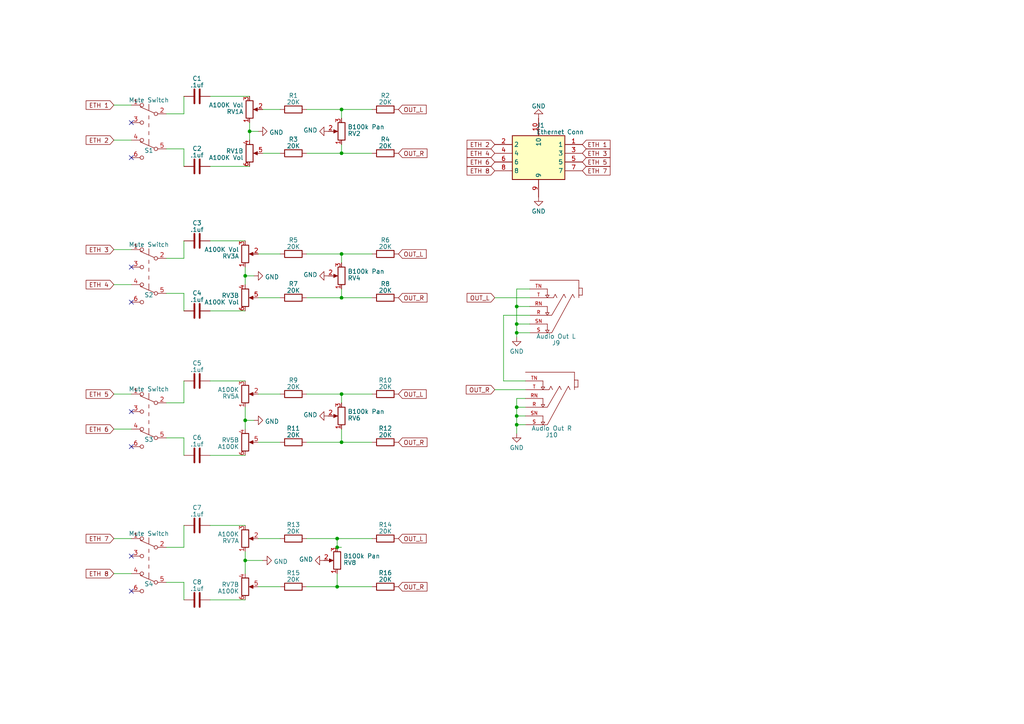
<source format=kicad_sch>
(kicad_sch (version 20230121) (generator eeschema)
  (paper "A4")
  (lib_symbols
    (symbol "1-406541-5:1-406541-5"
      (property "Reference" "J" (at 19.05 12.7 0))
      (property "Value" "1-406541-5" (at 19.05 10.16 0))
      (symbol "1-406541-5_1_1"
        (rectangle (start 5.08 7.62) (end 17.78 -7.62) (stroke (width 0.254)) (fill (type background)))
        (pin passive line (at 15.24 -12.7 90) (length 5.08) (name "1") (number "1"))
        (pin passive line (at 22.86 0 180) (length 5.08) (name "10") (number "10"))
        (pin passive line (at 15.24 12.7 270) (length 5.08) (name "2") (number "2"))
        (pin passive line (at 12.7 -12.7 90) (length 5.08) (name "3") (number "3"))
        (pin passive line (at 12.7 12.7 270) (length 5.08) (name "4") (number "4"))
        (pin passive line (at 10.16 -12.7 90) (length 5.08) (name "5") (number "5"))
        (pin passive line (at 10.16 12.7 270) (length 5.08) (name "6") (number "6"))
        (pin passive line (at 7.62 -12.7 90) (length 5.08) (name "7") (number "7"))
        (pin passive line (at 7.62 12.7 270) (length 5.08) (name "8") (number "8"))
        (pin passive line (at 0 0 0) (length 5.08) (name "9") (number "9"))
      )
    )
    (symbol "Device:C" (pin_numbers hide) (pin_names (offset 0.254))
      (property "Reference" "C" (at 0.635 2.54 0))
      (property "Value" "C" (at 0.635 -2.54 0))
      (symbol "C_0_1"
        (polyline (pts (xy -2.032 -0.762) (xy 2.032 -0.762)) (stroke (width 0.508)))
        (polyline (pts (xy -2.032 0.762) (xy 2.032 0.762)) (stroke (width 0.508)))
      )
      (symbol "C_1_1"
        (pin passive line (at 0 3.81 270) (length 2.794) (name "~") (number "1"))
        (pin passive line (at 0 -3.81 90) (length 2.794) (name "~") (number "2"))
      )
    )
    (symbol "Device:R" (pin_numbers hide) (pin_names (offset 0))
      (property "Reference" "R" (at 2.032 0 90))
      (property "Value" "R" (at 0 0 90))
      (symbol "R_0_1"
        (rectangle (start -1.016 -2.54) (end 1.016 2.54) (stroke (width 0.254)))
      )
      (symbol "R_1_1"
        (pin passive line (at 0 3.81 270) (length 1.27) (name "~") (number "1"))
        (pin passive line (at 0 -3.81 90) (length 1.27) (name "~") (number "2"))
      )
    )
    (symbol "Device:R_Potentiometer" (pin_names (offset 1.016) hide)
      (property "Reference" "RV" (at -4.445 0 90))
      (property "Value" "R_Potentiometer" (at -2.54 0 90))
      (symbol "R_Potentiometer_0_1"
        (polyline (pts (xy 2.54 0) (xy 1.524 0)))
        (polyline (pts (xy 1.143 0) (xy 2.286 0.508) (xy 2.286 -0.508) (xy 1.143 0)) (fill (type outline)))
        (rectangle (start 1.016 2.54) (end -1.016 -2.54) (stroke (width 0.254)))
      )
      (symbol "R_Potentiometer_1_1"
        (pin passive line (at 0 3.81 270) (length 1.27) (name "1") (number "1"))
        (pin passive line (at 3.81 0 180) (length 1.27) (name "2") (number "2"))
        (pin passive line (at 0 -3.81 90) (length 1.27) (name "3") (number "3"))
      )
    )
    (symbol "Device:R_Potentiometer_Dual_Separate" (pin_names (offset 1.016) hide)
      (property "Reference" "RV" (at -4.445 0 90))
      (property "Value" "R_Potentiometer_Dual_Separate" (at -2.54 0 90))
      (symbol "R_Potentiometer_Dual_Separate_0_1"
        (polyline (pts (xy 2.54 0) (xy 1.524 0)))
        (polyline (pts (xy 1.143 0) (xy 2.286 0.508) (xy 2.286 -0.508) (xy 1.143 0)) (fill (type outline)))
        (rectangle (start 1.016 2.54) (end -1.016 -2.54) (stroke (width 0.254)))
      )
      (symbol "R_Potentiometer_Dual_Separate_1_1"
        (pin passive line (at 0 3.81 270) (length 1.27) (name "1") (number "1"))
        (pin passive line (at 3.81 0 180) (length 1.27) (name "2") (number "2"))
        (pin passive line (at 0 -3.81 90) (length 1.27) (name "3") (number "3"))
      )
      (symbol "R_Potentiometer_Dual_Separate_2_1"
        (pin passive line (at 0 3.81 270) (length 1.27) (name "4") (number "4"))
        (pin passive line (at 3.81 0 180) (length 1.27) (name "5") (number "5"))
        (pin passive line (at 0 -3.81 90) (length 1.27) (name "6") (number "6"))
      )
    )
    (symbol "NRJ6HF:NRJ6HF" (pin_names (offset 1.016))
      (property "Reference" "J" (at -4.0676 9.4019 0))
      (property "Value" "NRJ6HF" (at -4.0738 -10.9367 0))
      (symbol "NRJ6HF_0_0"
        (polyline (pts (xy -7.62 -5.334) (xy -6.604 -5.334)) (stroke (width 0.1524)))
        (polyline (pts (xy -7.62 -3.302) (xy -7.62 -5.334)) (stroke (width 0.1524)))
        (polyline (pts (xy -6.604 -7.62) (xy -6.604 -5.334)) (stroke (width 0.1524)))
        (polyline (pts (xy -6.604 -5.334) (xy -6.604 -3.302)) (stroke (width 0.1524)))
        (polyline (pts (xy -6.604 -3.302) (xy -7.62 -3.302)) (stroke (width 0.1524)))
        (polyline (pts (xy -6.604 -2.54) (xy -6.604 -3.302)) (stroke (width 0.1524)))
        (polyline (pts (xy -4.826 -3.556) (xy -5.334 -2.54)) (stroke (width 0.1524)))
        (polyline (pts (xy -2.286 -3.556) (xy -2.794 -2.54)) (stroke (width 0.1524)))
        (polyline (pts (xy 0.254 -3.556) (xy -0.254 -2.54)) (stroke (width 0.1524)))
        (polyline (pts (xy 0.762 -2.54) (xy 0.254 -3.556)) (stroke (width 0.1524)))
        (polyline (pts (xy 1.27 2.54) (xy -2.286 -3.556)) (stroke (width 0.1524)))
        (polyline (pts (xy 1.27 7.62) (xy -4.826 -3.556)) (stroke (width 0.1524)))
        (polyline (pts (xy 2.032 -3.302) (xy 2.54 -3.302)) (stroke (width 0.1524)))
        (polyline (pts (xy 2.032 1.778) (xy 2.54 1.778)) (stroke (width 0.1524)))
        (polyline (pts (xy 2.032 6.858) (xy 2.54 6.858)) (stroke (width 0.1524)))
        (polyline (pts (xy 2.54 -3.302) (xy 2.54 -5.08)) (stroke (width 0.1524)))
        (polyline (pts (xy 2.54 -3.302) (xy 3.048 -3.302)) (stroke (width 0.1524)))
        (polyline (pts (xy 2.54 -2.54) (xy 0.762 -2.54)) (stroke (width 0.1524)))
        (polyline (pts (xy 2.54 -2.54) (xy 2.032 -3.302)) (stroke (width 0.1524)))
        (polyline (pts (xy 2.54 1.778) (xy 2.54 0)) (stroke (width 0.1524)))
        (polyline (pts (xy 2.54 1.778) (xy 3.048 1.778)) (stroke (width 0.1524)))
        (polyline (pts (xy 2.54 2.54) (xy 1.27 2.54)) (stroke (width 0.1524)))
        (polyline (pts (xy 2.54 2.54) (xy 2.032 1.778)) (stroke (width 0.1524)))
        (polyline (pts (xy 2.54 6.858) (xy 2.54 5.08)) (stroke (width 0.1524)))
        (polyline (pts (xy 2.54 6.858) (xy 3.048 6.858)) (stroke (width 0.1524)))
        (polyline (pts (xy 2.54 7.62) (xy 1.27 7.62)) (stroke (width 0.1524)))
        (polyline (pts (xy 2.54 7.62) (xy 2.032 6.858)) (stroke (width 0.1524)))
        (polyline (pts (xy 3.048 -3.302) (xy 2.54 -2.54)) (stroke (width 0.1524)))
        (polyline (pts (xy 3.048 1.778) (xy 2.54 2.54)) (stroke (width 0.1524)))
        (polyline (pts (xy 3.048 6.858) (xy 2.54 7.62)) (stroke (width 0.1524)))
        (polyline (pts (xy 7.62 -7.62) (xy -6.604 -7.62)) (stroke (width 0.1524)))
        (pin passive line (at 7.62 2.54 180) (length 5.08) (name "~") (number "R"))
        (pin passive line (at 7.62 0 180) (length 5.08) (name "~") (number "RN"))
        (pin passive line (at 7.62 7.62 180) (length 5.08) (name "~") (number "S"))
        (pin passive line (at 7.62 5.08 180) (length 5.08) (name "~") (number "SN"))
        (pin passive line (at 7.62 -2.54 180) (length 5.08) (name "~") (number "T"))
        (pin passive line (at 7.62 -5.08 180) (length 5.08) (name "~") (number "TN"))
      )
    )
    (symbol "PCM_4ms_Power-symbol:GND" (power) (pin_names (offset 0))
      (property "Value" "GND" (at 0 -3.81 0))
      (symbol "GND_0_1"
        (polyline (pts (xy 0 0) (xy 0 -1.27) (xy 1.27 -1.27) (xy 0 -2.54) (xy -1.27 -1.27) (xy 0 -1.27)))
      )
      (symbol "GND_1_1"
        (pin power_in line (at 0 0 270) (length 0) hide (name "GND") (number "1"))
      )
    )
    (symbol "Switch:SW_Push_DPDT" (pin_names (offset 0) hide)
      (property "Reference" "SW" (at 0 8.89 0))
      (property "Value" "SW_Push_DPDT" (at 0 -10.16 0))
      (symbol "SW_Push_DPDT_0_0"
        (circle (center -2.032 -5.08) (radius 0.508))
        (circle (center -2.032 5.08) (radius 0.508))
        (circle (center 2.032 -7.62) (radius 0.508))
        (circle (center 2.032 2.54) (radius 0.508))
      )
      (symbol "SW_Push_DPDT_0_1"
        (polyline (pts (xy -1.524 -4.826) (xy 2.54 -3.048)))
        (polyline (pts (xy -1.524 5.334) (xy 2.54 7.112)))
        (polyline (pts (xy 0 -2.286) (xy 0 -4.064)))
        (polyline (pts (xy 0 -1.016) (xy 0 0)))
        (polyline (pts (xy 0 1.27) (xy 0 2.286)))
        (polyline (pts (xy 0 3.556) (xy 0 4.572)))
        (polyline (pts (xy 0 7.874) (xy 0 6.096)))
        (circle (center 2.032 -2.54) (radius 0.508))
        (circle (center 2.032 7.62) (radius 0.508))
      )
      (symbol "SW_Push_DPDT_1_1"
        (pin passive line (at 5.08 7.62 180) (length 2.54) (name "A") (number "1"))
        (pin passive line (at -5.08 5.08 0) (length 2.54) (name "B") (number "2"))
        (pin passive line (at 5.08 2.54 180) (length 2.54) (name "C") (number "3"))
        (pin passive line (at 5.08 -2.54 180) (length 2.54) (name "A") (number "4"))
        (pin passive line (at -5.08 -5.08 0) (length 2.54) (name "B") (number "5"))
        (pin passive line (at 5.08 -7.62 180) (length 2.54) (name "C") (number "6"))
      )
    )
  )
  (junction (at 99.06 44.45))
  (junction (at 99.06 114.3))
  (junction (at 149.86 93.98))
  (junction (at 149.86 88.9))
  (junction (at 149.86 96.52))
  (junction (at 99.06 73.66))
  (junction (at 99.06 128.27))
  (junction (at 97.79 170.18))
  (junction (at 71.12 121.92))
  (junction (at 149.86 123.19))
  (junction (at 149.86 120.65))
  (junction (at 72.39 38.1))
  (junction (at 97.79 158.75))
  (junction (at 71.12 80.01))
  (junction (at 71.12 162.56))
  (junction (at 99.06 31.75))
  (junction (at 149.86 118.11))
  (junction (at 99.06 86.36))
  (junction (at 97.79 156.21))
  (no_connect (at 38.1 45.72))
  (no_connect (at 38.1 161.29))
  (no_connect (at 38.1 119.38))
  (no_connect (at 38.1 35.56))
  (no_connect (at 38.1 129.54))
  (no_connect (at 38.1 77.47))
  (no_connect (at 38.1 171.45))
  (no_connect (at 38.1 87.63))
  (wire (pts (xy 60.96 48.26) (xy 72.39 48.26)))
  (wire (pts (xy 33.02 30.48) (xy 38.1 30.48)))
  (wire (pts (xy 99.06 41.91) (xy 99.06 44.45)))
  (wire (pts (xy 72.39 35.56) (xy 72.39 38.1)))
  (wire (pts (xy 74.93 170.18) (xy 81.28 170.18)))
  (wire (pts (xy 48.26 85.09) (xy 53.34 85.09)))
  (wire (pts (xy 60.96 69.85) (xy 71.12 69.85)))
  (wire (pts (xy 97.79 156.21) (xy 107.95 156.21)))
  (wire (pts (xy 73.66 121.92) (xy 71.12 121.92)))
  (wire (pts (xy 33.02 82.55) (xy 38.1 82.55)))
  (wire (pts (xy 143.51 113.03) (xy 152.4 113.03)))
  (wire (pts (xy 53.34 33.02) (xy 48.26 33.02)))
  (wire (pts (xy 99.06 73.66) (xy 99.06 76.2)))
  (wire (pts (xy 143.51 86.36) (xy 153.67 86.36)))
  (wire (pts (xy 149.86 118.11) (xy 149.86 120.65)))
  (wire (pts (xy 60.96 152.4) (xy 71.12 152.4)))
  (wire (pts (xy 149.86 96.52) (xy 149.86 97.79)))
  (wire (pts (xy 60.96 27.94) (xy 72.39 27.94)))
  (wire (pts (xy 53.34 127) (xy 53.34 132.08)))
  (wire (pts (xy 48.26 127) (xy 53.34 127)))
  (wire (pts (xy 48.26 116.84) (xy 53.34 116.84)))
  (wire (pts (xy 71.12 121.92) (xy 71.12 124.46)))
  (wire (pts (xy 53.34 27.94) (xy 53.34 33.02)))
  (wire (pts (xy 71.12 80.01) (xy 71.12 82.55)))
  (wire (pts (xy 53.34 85.09) (xy 53.34 90.17)))
  (wire (pts (xy 71.12 80.01) (xy 71.12 77.47)))
  (wire (pts (xy 33.02 124.46) (xy 38.1 124.46)))
  (wire (pts (xy 53.34 43.18) (xy 48.26 43.18)))
  (wire (pts (xy 88.9 31.75) (xy 99.06 31.75)))
  (wire (pts (xy 97.79 156.21) (xy 97.79 158.75)))
  (wire (pts (xy 33.02 40.64) (xy 38.1 40.64)))
  (wire (pts (xy 149.86 120.65) (xy 149.86 123.19)))
  (wire (pts (xy 74.93 128.27) (xy 81.28 128.27)))
  (wire (pts (xy 149.86 93.98) (xy 153.67 93.98)))
  (wire (pts (xy 99.06 73.66) (xy 107.95 73.66)))
  (wire (pts (xy 72.39 38.1) (xy 72.39 40.64)))
  (wire (pts (xy 53.34 116.84) (xy 53.34 110.49)))
  (wire (pts (xy 76.2 162.56) (xy 71.12 162.56)))
  (wire (pts (xy 99.06 86.36) (xy 107.95 86.36)))
  (wire (pts (xy 99.06 128.27) (xy 107.95 128.27)))
  (wire (pts (xy 33.02 114.3) (xy 38.1 114.3)))
  (wire (pts (xy 149.86 123.19) (xy 149.86 125.73)))
  (wire (pts (xy 60.96 173.99) (xy 71.12 173.99)))
  (wire (pts (xy 152.4 115.57) (xy 149.86 115.57)))
  (wire (pts (xy 149.86 83.82) (xy 149.86 88.9)))
  (wire (pts (xy 74.93 73.66) (xy 81.28 73.66)))
  (wire (pts (xy 99.06 83.82) (xy 99.06 86.36)))
  (wire (pts (xy 33.02 166.37) (xy 38.1 166.37)))
  (wire (pts (xy 73.66 80.01) (xy 71.12 80.01)))
  (wire (pts (xy 88.9 73.66) (xy 99.06 73.66)))
  (wire (pts (xy 48.26 158.75) (xy 53.34 158.75)))
  (wire (pts (xy 153.67 96.52) (xy 149.86 96.52)))
  (wire (pts (xy 153.67 91.44) (xy 146.05 91.44)))
  (wire (pts (xy 74.93 86.36) (xy 81.28 86.36)))
  (wire (pts (xy 146.05 110.49) (xy 152.4 110.49)))
  (wire (pts (xy 71.12 162.56) (xy 71.12 166.37)))
  (wire (pts (xy 88.9 170.18) (xy 97.79 170.18)))
  (wire (pts (xy 48.26 168.91) (xy 53.34 168.91)))
  (wire (pts (xy 149.86 120.65) (xy 152.4 120.65)))
  (wire (pts (xy 76.2 31.75) (xy 81.28 31.75)))
  (wire (pts (xy 48.26 74.93) (xy 53.34 74.93)))
  (wire (pts (xy 99.06 114.3) (xy 107.95 114.3)))
  (wire (pts (xy 97.79 158.75) (xy 99.06 158.75)))
  (wire (pts (xy 88.9 156.21) (xy 97.79 156.21)))
  (wire (pts (xy 88.9 128.27) (xy 99.06 128.27)))
  (wire (pts (xy 53.34 48.26) (xy 53.34 43.18)))
  (wire (pts (xy 53.34 74.93) (xy 53.34 69.85)))
  (wire (pts (xy 149.86 93.98) (xy 149.86 96.52)))
  (wire (pts (xy 99.06 44.45) (xy 107.95 44.45)))
  (wire (pts (xy 146.05 91.44) (xy 146.05 110.49)))
  (wire (pts (xy 152.4 118.11) (xy 149.86 118.11)))
  (wire (pts (xy 99.06 124.46) (xy 99.06 128.27)))
  (wire (pts (xy 74.93 156.21) (xy 81.28 156.21)))
  (wire (pts (xy 149.86 88.9) (xy 153.67 88.9)))
  (wire (pts (xy 149.86 88.9) (xy 149.86 93.98)))
  (wire (pts (xy 152.4 123.19) (xy 149.86 123.19)))
  (wire (pts (xy 71.12 118.11) (xy 71.12 121.92)))
  (wire (pts (xy 53.34 168.91) (xy 53.34 173.99)))
  (wire (pts (xy 97.79 166.37) (xy 97.79 170.18)))
  (wire (pts (xy 88.9 86.36) (xy 99.06 86.36)))
  (wire (pts (xy 33.02 72.39) (xy 38.1 72.39)))
  (wire (pts (xy 153.67 83.82) (xy 149.86 83.82)))
  (wire (pts (xy 99.06 114.3) (xy 99.06 116.84)))
  (wire (pts (xy 99.06 31.75) (xy 107.95 31.75)))
  (wire (pts (xy 33.02 156.21) (xy 38.1 156.21)))
  (wire (pts (xy 71.12 160.02) (xy 71.12 162.56)))
  (wire (pts (xy 149.86 115.57) (xy 149.86 118.11)))
  (wire (pts (xy 88.9 114.3) (xy 99.06 114.3)))
  (wire (pts (xy 99.06 34.29) (xy 99.06 31.75)))
  (wire (pts (xy 88.9 44.45) (xy 99.06 44.45)))
  (wire (pts (xy 74.93 114.3) (xy 81.28 114.3)))
  (wire (pts (xy 97.79 170.18) (xy 107.95 170.18)))
  (wire (pts (xy 53.34 158.75) (xy 53.34 152.4)))
  (wire (pts (xy 60.96 90.17) (xy 71.12 90.17)))
  (wire (pts (xy 60.96 132.08) (xy 71.12 132.08)))
  (wire (pts (xy 74.93 38.1) (xy 72.39 38.1)))
  (wire (pts (xy 60.96 110.49) (xy 71.12 110.49)))
  (wire (pts (xy 76.2 44.45) (xy 81.28 44.45)))
  (global_label "ETH 8" (shape input) (at 33.02 166.37 180) (property "Intersheetrefs" "${INTERSHEET_REFS}" (effects hide)))
  (global_label "ETH 4" (shape input) (at 33.02 82.55 180) (property "Intersheetrefs" "${INTERSHEET_REFS}" (effects hide)))
  (global_label "OUT_R" (shape input) (at 115.57 128.27 0) (property "Intersheetrefs" "${INTERSHEET_REFS}" (effects hide)))
  (global_label "ETH 6" (shape input) (at 33.02 124.46 180) (property "Intersheetrefs" "${INTERSHEET_REFS}" (effects hide)))
  (global_label "ETH 3" (shape input) (at 33.02 72.39 180) (property "Intersheetrefs" "${INTERSHEET_REFS}" (effects hide)))
  (global_label "ETH 2" (shape input) (at 143.51 41.91 180) (property "Intersheetrefs" "${INTERSHEET_REFS}" (effects hide)))
  (global_label "ETH 5" (shape input) (at 168.91 46.99 0) (property "Intersheetrefs" "${INTERSHEET_REFS}" (effects hide)))
  (global_label "OUT_R" (shape input) (at 115.57 170.18 0) (property "Intersheetrefs" "${INTERSHEET_REFS}" (effects hide)))
  (global_label "OUT_L" (shape input) (at 115.57 31.75 0) (property "Intersheetrefs" "${INTERSHEET_REFS}" (effects hide)))
  (global_label "OUT_L" (shape input) (at 115.57 114.3 0) (property "Intersheetrefs" "${INTERSHEET_REFS}" (effects hide)))
  (global_label "ETH 4" (shape input) (at 143.51 44.45 180) (property "Intersheetrefs" "${INTERSHEET_REFS}" (effects hide)))
  (global_label "ETH 3" (shape input) (at 168.91 44.45 0) (property "Intersheetrefs" "${INTERSHEET_REFS}" (effects hide)))
  (global_label "OUT_L" (shape input) (at 115.57 156.21 0) (property "Intersheetrefs" "${INTERSHEET_REFS}" (effects hide)))
  (global_label "ETH 2" (shape input) (at 33.02 40.64 180) (property "Intersheetrefs" "${INTERSHEET_REFS}" (effects hide)))
  (global_label "ETH 7" (shape input) (at 33.02 156.21 180) (property "Intersheetrefs" "${INTERSHEET_REFS}" (effects hide)))
  (global_label "OUT_L" (shape input) (at 115.57 73.66 0) (property "Intersheetrefs" "${INTERSHEET_REFS}" (effects hide)))
  (global_label "ETH 1" (shape input) (at 168.91 41.91 0) (property "Intersheetrefs" "${INTERSHEET_REFS}" (effects hide)))
  (global_label "ETH 8" (shape input) (at 143.51 49.53 180) (property "Intersheetrefs" "${INTERSHEET_REFS}" (effects hide)))
  (global_label "ETH 6" (shape input) (at 143.51 46.99 180) (property "Intersheetrefs" "${INTERSHEET_REFS}" (effects hide)))
  (global_label "OUT_R" (shape input) (at 143.51 113.03 180) (property "Intersheetrefs" "${INTERSHEET_REFS}" (effects hide)))
  (global_label "OUT_R" (shape input) (at 115.57 86.36 0) (property "Intersheetrefs" "${INTERSHEET_REFS}" (effects hide)))
  (global_label "OUT_R" (shape input) (at 115.57 44.45 0) (property "Intersheetrefs" "${INTERSHEET_REFS}" (effects hide)))
  (global_label "ETH 5" (shape input) (at 33.02 114.3 180) (property "Intersheetrefs" "${INTERSHEET_REFS}" (effects hide)))
  (global_label "OUT_L" (shape input) (at 143.51 86.36 180) (property "Intersheetrefs" "${INTERSHEET_REFS}" (effects hide)))
  (global_label "ETH 1" (shape input) (at 33.02 30.48 180) (property "Intersheetrefs" "${INTERSHEET_REFS}" (effects hide)))
  (global_label "ETH 7" (shape input) (at 168.91 49.53 0) (property "Intersheetrefs" "${INTERSHEET_REFS}" (effects hide)))
  (symbol (lib_id "Device:R_Potentiometer_Dual_Separate") (at 71.12 114.3 0) (mirror x) (unit 1)
    (property "Reference" "RV5" (at 69.3421 114.9437 0) (effects (justify right)))
    (property "Value" "A100K" (at 69.3421 113.0227 0) (effects (justify right)))
    (property "Footprint" "RD902F-40:Potentiometer_Alpha_RD902F-40-00D_Dual_Vertical_CircularHoles" (effects hide))
  )
  (symbol (lib_id "PCM_4ms_Power-symbol:GND") (at 95.25 38.1 270) (unit 1)
    (property "Reference" "#PWR03" (effects hide))
    (property "Value" "GND" (at 92.075 37.7832 90) (effects (justify right)))
  )
  (symbol (lib_id "Device:R") (at 111.76 128.27 90) (unit 1)
    (property "Reference" "R12" (at 111.76 124.2441 90))
    (property "Value" "20K" (at 111.76 126.1651 90))
    (property "Footprint" "Resistor_SMD:R_0603_1608Metric" (effects hide))
  )
  (symbol (lib_id "Device:R_Potentiometer_Dual_Separate") (at 72.39 44.45 0) (unit 2)
    (property "Reference" "RV1" (at 70.612 43.8063 0) (effects (justify right)))
    (property "Value" "A100K Vol" (at 70.612 45.7273 0) (effects (justify right)))
    (property "Footprint" "RD902F-40:Potentiometer_Alpha_RD902F-40-00D_Dual_Vertical_CircularHoles" (effects hide))
  )
  (symbol (lib_id "PCM_4ms_Power-symbol:GND") (at 95.25 120.65 270) (unit 1)
    (property "Reference" "#PWR010" (effects hide))
    (property "Value" "GND" (at 92.075 120.3332 90) (effects (justify right)))
  )
  (symbol (lib_id "Device:R_Potentiometer") (at 99.06 120.65 180) (unit 1)
    (property "Reference" "RV6" (at 100.838 121.2937 0) (effects (justify right)))
    (property "Value" "B100k Pan" (at 100.838 119.3727 0) (effects (justify right)))
    (property "Footprint" "Potentiometer_THT:Potentiometer_Alpha_RD901F-40-00D_Single_Vertical" (effects hide))
  )
  (symbol (lib_id "Device:R_Potentiometer_Dual_Separate") (at 72.39 31.75 0) (mirror x) (unit 1)
    (property "Reference" "RV1" (at 70.6121 32.3937 0) (effects (justify right)))
    (property "Value" "A100K Vol" (at 70.6121 30.4727 0) (effects (justify right)))
    (property "Footprint" "RD902F-40:Potentiometer_Alpha_RD902F-40-00D_Dual_Vertical_CircularHoles" (effects hide))
  )
  (symbol (lib_id "Device:R") (at 85.09 114.3 90) (unit 1)
    (property "Reference" "R9" (at 85.09 110.2741 90))
    (property "Value" "20K" (at 85.09 112.1951 90))
    (property "Footprint" "Resistor_SMD:R_0603_1608Metric" (effects hide))
  )
  (symbol (lib_id "Device:R") (at 111.76 73.66 90) (unit 1)
    (property "Reference" "R6" (at 111.76 69.6341 90))
    (property "Value" "20K" (at 111.76 71.5551 90))
    (property "Footprint" "Resistor_SMD:R_0603_1608Metric" (effects hide))
  )
  (symbol (lib_id "Device:R_Potentiometer_Dual_Separate") (at 71.12 73.66 0) (mirror x) (unit 1)
    (property "Reference" "RV3" (at 69.3421 74.3037 0) (effects (justify right)))
    (property "Value" "A100K Vol" (at 69.3421 72.3827 0) (effects (justify right)))
    (property "Footprint" "RD902F-40:Potentiometer_Alpha_RD902F-40-00D_Dual_Vertical_CircularHoles" (effects hide))
  )
  (symbol (lib_id "NRJ6HF:NRJ6HF") (at 161.29 88.9 180) (unit 1)
    (property "Reference" "J9" (at 161.29 99.4791 0))
    (property "Value" "Audio Out L" (at 161.29 97.5581 0))
    (property "Footprint" "NRJ6HF:NEUTRIK_NRJ6HF" (effects hide))
    (property "MF" "Neutrik" (effects hide))
    (property "MAXIMUM_PACKAGE_HEIGHT" "12.7 mm" (effects hide))
    (property "Package" "None" (effects hide))
    (property "Price" "None" (effects hide))
    (property "Check_prices" "https://www.snapeda.com/parts/NRJ6HF/Neutrik/view-part/?ref=eda" (effects hide))
    (property "STANDARD" "Manufacturer Recommendations" (effects hide))
    (property "PARTREV" "19.02.2021" (effects hide))
    (property "SnapEDA_Link" "https://www.snapeda.com/parts/NRJ6HF/Neutrik/view-part/?ref=snap" (effects hide))
    (property "MP" "NRJ6HF" (effects hide))
    (property "Description" "\nJack Phone 1/4 in. Silver over Bronze cnts Horizontal PCB, Slim Jacks Series | Neutrik NRJ6HF\n" (effects hide))
    (property "MANUFACTURER" "Neutrik" (effects hide))
    (property "Availability" "In Stock" (effects hide))
    (property "SNAPEDA_PN" "NRJ6HF" (effects hide))
  )
  (symbol (lib_id "Device:R") (at 85.09 31.75 270) (mirror x) (unit 1)
    (property "Reference" "R1" (at 85.09 27.7241 90))
    (property "Value" "20K" (at 85.09 29.6451 90))
    (property "Footprint" "Resistor_SMD:R_0603_1608Metric" (effects hide))
  )
  (symbol (lib_id "Device:R_Potentiometer_Dual_Separate") (at 71.12 170.18 0) (unit 2)
    (property "Reference" "RV7" (at 69.342 169.5363 0) (effects (justify right)))
    (property "Value" "A100K" (at 69.342 171.4573 0) (effects (justify right)))
    (property "Footprint" "RD902F-40:Potentiometer_Alpha_RD902F-40-00D_Dual_Vertical_CircularHoles" (effects hide))
  )
  (symbol (lib_id "Device:R") (at 85.09 170.18 90) (unit 1)
    (property "Reference" "R15" (at 85.09 166.1541 90))
    (property "Value" "20K" (at 85.09 168.0751 90))
    (property "Footprint" "Resistor_SMD:R_0603_1608Metric" (effects hide))
  )
  (symbol (lib_id "Device:C") (at 57.15 90.17 90) (unit 1)
    (property "Reference" "C4" (at 57.15 85.0011 90))
    (property "Value" ".1uf" (at 57.15 86.9221 90))
    (property "Footprint" "Capacitor_SMD:C_0603_1608Metric" (effects hide))
  )
  (symbol (lib_id "PCM_4ms_Power-symbol:GND") (at 156.21 57.15 0) (unit 1)
    (property "Reference" "#PWR01" (effects hide))
    (property "Value" "GND" (at 156.21 61.2855 0))
  )
  (symbol (lib_id "Device:R") (at 85.09 128.27 90) (unit 1)
    (property "Reference" "R11" (at 85.09 124.2441 90))
    (property "Value" "20K" (at 85.09 126.1651 90))
    (property "Footprint" "Resistor_SMD:R_0603_1608Metric" (effects hide))
  )
  (symbol (lib_id "Device:R_Potentiometer") (at 99.06 38.1 180) (unit 1)
    (property "Reference" "RV2" (at 100.838 38.7437 0) (effects (justify right)))
    (property "Value" "B100k Pan" (at 100.838 36.8227 0) (effects (justify right)))
    (property "Footprint" "Potentiometer_THT:Potentiometer_Alpha_RD901F-40-00D_Single_Vertical" (effects hide))
  )
  (symbol (lib_id "PCM_4ms_Power-symbol:GND") (at 73.66 80.01 90) (unit 1)
    (property "Reference" "#PWR06" (effects hide))
    (property "Value" "GND" (at 76.835 80.3268 90) (effects (justify right)))
  )
  (symbol (lib_id "Switch:SW_Push_DPDT") (at 43.18 80.01 0) (mirror y) (unit 1)
    (property "Reference" "S2" (at 43.18 85.5599 0))
    (property "Value" "Mute Switch" (at 43.18 70.9389 0))
    (property "Footprint" "2MD1T1B1M2QES:2MD1T1B1M2QES" (effects hide))
    (property "Height" "23.63" (effects hide))
    (property "Mouser Part Number" "118-2MD1T1B1M2QES" (effects hide))
    (property "Mouser Price/Stock" "https://www.mouser.co.uk/ProductDetail/Dailywell/2MD1T1B1M2QES?qs=B6kkDfuK7%2FBWMyk0fkGr3g%3D%3D" (effects hide))
    (property "Manufacturer_Name" "Dailywell" (effects hide))
    (property "Manufacturer_Part_Number" "2MD1T1B1M2QES" (effects hide))
  )
  (symbol (lib_id "NRJ6HF:NRJ6HF") (at 160.02 115.57 180) (unit 1)
    (property "Reference" "J10" (at 160.02 126.1491 0))
    (property "Value" "Audio Out R" (at 160.02 124.2281 0))
    (property "Footprint" "NRJ6HF:NEUTRIK_NRJ6HF" (effects hide))
    (property "MF" "Neutrik" (effects hide))
    (property "MAXIMUM_PACKAGE_HEIGHT" "12.7 mm" (effects hide))
    (property "Package" "None" (effects hide))
    (property "Price" "None" (effects hide))
    (property "Check_prices" "https://www.snapeda.com/parts/NRJ6HF/Neutrik/view-part/?ref=eda" (effects hide))
    (property "STANDARD" "Manufacturer Recommendations" (effects hide))
    (property "PARTREV" "19.02.2021" (effects hide))
    (property "SnapEDA_Link" "https://www.snapeda.com/parts/NRJ6HF/Neutrik/view-part/?ref=snap" (effects hide))
    (property "MP" "NRJ6HF" (effects hide))
    (property "Description" "\nJack Phone 1/4 in. Silver over Bronze cnts Horizontal PCB, Slim Jacks Series | Neutrik NRJ6HF\n" (effects hide))
    (property "MANUFACTURER" "Neutrik" (effects hide))
    (property "Availability" "In Stock" (effects hide))
    (property "SNAPEDA_PN" "NRJ6HF" (effects hide))
  )
  (symbol (lib_id "PCM_4ms_Power-symbol:GND") (at 74.93 38.1 90) (unit 1)
    (property "Reference" "#PWR08" (effects hide))
    (property "Value" "GND" (at 78.105 38.4168 90) (effects (justify right)))
  )
  (symbol (lib_id "Device:R_Potentiometer_Dual_Separate") (at 71.12 128.27 0) (unit 2)
    (property "Reference" "RV5" (at 69.342 127.6263 0) (effects (justify right)))
    (property "Value" "A100K" (at 69.342 129.5473 0) (effects (justify right)))
    (property "Footprint" "RD902F-40:Potentiometer_Alpha_RD902F-40-00D_Dual_Vertical_CircularHoles" (effects hide))
  )
  (symbol (lib_id "PCM_4ms_Power-symbol:GND") (at 149.86 125.73 0) (unit 1)
    (property "Reference" "#PWR04" (effects hide))
    (property "Value" "GND" (at 149.86 129.8655 0))
  )
  (symbol (lib_id "PCM_4ms_Power-symbol:GND") (at 93.98 162.56 270) (unit 1)
    (property "Reference" "#PWR013" (effects hide))
    (property "Value" "GND" (at 90.805 162.2432 90) (effects (justify right)))
  )
  (symbol (lib_id "Device:C") (at 57.15 69.85 90) (unit 1)
    (property "Reference" "C3" (at 57.15 64.6811 90))
    (property "Value" ".1uf" (at 57.15 66.6021 90))
    (property "Footprint" "Capacitor_SMD:C_0603_1608Metric" (effects hide))
  )
  (symbol (lib_id "Device:R") (at 85.09 156.21 90) (unit 1)
    (property "Reference" "R13" (at 85.09 152.1841 90))
    (property "Value" "20K" (at 85.09 154.1051 90))
    (property "Footprint" "Resistor_SMD:R_0603_1608Metric" (effects hide))
  )
  (symbol (lib_id "Switch:SW_Push_DPDT") (at 43.18 163.83 0) (mirror y) (unit 1)
    (property "Reference" "S4" (at 43.18 169.3799 0))
    (property "Value" "Mute Switch" (at 43.18 154.7589 0))
    (property "Footprint" "2MD1T1B1M2QES:2MD1T1B1M2QES" (effects hide))
    (property "Height" "23.63" (effects hide))
    (property "Mouser Part Number" "118-2MD1T1B1M2QES" (effects hide))
    (property "Mouser Price/Stock" "https://www.mouser.co.uk/ProductDetail/Dailywell/2MD1T1B1M2QES?qs=B6kkDfuK7%2FBWMyk0fkGr3g%3D%3D" (effects hide))
    (property "Manufacturer_Name" "Dailywell" (effects hide))
    (property "Manufacturer_Part_Number" "2MD1T1B1M2QES" (effects hide))
  )
  (symbol (lib_id "PCM_4ms_Power-symbol:GND") (at 95.25 80.01 270) (unit 1)
    (property "Reference" "#PWR017" (effects hide))
    (property "Value" "GND" (at 92.075 79.6932 90) (effects (justify right)))
  )
  (symbol (lib_id "PCM_4ms_Power-symbol:GND") (at 149.86 97.79 0) (unit 1)
    (property "Reference" "#PWR05" (effects hide))
    (property "Value" "GND" (at 149.86 101.9255 0))
  )
  (symbol (lib_id "Device:C") (at 57.15 132.08 90) (unit 1)
    (property "Reference" "C6" (at 57.15 126.9111 90))
    (property "Value" ".1uf" (at 57.15 128.8321 90))
    (property "Footprint" "Capacitor_SMD:C_0603_1608Metric" (effects hide))
  )
  (symbol (lib_id "Device:C") (at 57.15 110.49 90) (unit 1)
    (property "Reference" "C5" (at 57.15 105.3211 90))
    (property "Value" ".1uf" (at 57.15 107.2421 90))
    (property "Footprint" "Capacitor_SMD:C_0603_1608Metric" (effects hide))
  )
  (symbol (lib_id "Device:C") (at 57.15 173.99 90) (unit 1)
    (property "Reference" "C8" (at 57.15 168.8211 90))
    (property "Value" ".1uf" (at 57.15 170.7421 90))
    (property "Footprint" "Capacitor_SMD:C_0603_1608Metric" (effects hide))
  )
  (symbol (lib_id "Device:R_Potentiometer_Dual_Separate") (at 71.12 156.21 0) (mirror x) (unit 1)
    (property "Reference" "RV7" (at 69.3421 156.8537 0) (effects (justify right)))
    (property "Value" "A100K" (at 69.3421 154.9327 0) (effects (justify right)))
    (property "Footprint" "RD902F-40:Potentiometer_Alpha_RD902F-40-00D_Dual_Vertical_CircularHoles" (effects hide))
  )
  (symbol (lib_id "PCM_4ms_Power-symbol:GND") (at 76.2 162.56 90) (unit 1)
    (property "Reference" "#PWR014" (effects hide))
    (property "Value" "GND" (at 79.375 162.8768 90) (effects (justify right)))
  )
  (symbol (lib_id "Device:C") (at 57.15 152.4 90) (unit 1)
    (property "Reference" "C7" (at 57.15 147.2311 90))
    (property "Value" ".1uf" (at 57.15 149.1521 90))
    (property "Footprint" "Capacitor_SMD:C_0603_1608Metric" (effects hide))
  )
  (symbol (lib_id "Switch:SW_Push_DPDT") (at 43.18 121.92 0) (mirror y) (unit 1)
    (property "Reference" "S3" (at 43.18 127.4699 0))
    (property "Value" "Mute Switch" (at 43.18 112.8489 0))
    (property "Footprint" "2MD1T1B1M2QES:2MD1T1B1M2QES" (effects hide))
    (property "Height" "23.63" (effects hide))
    (property "Mouser Part Number" "118-2MD1T1B1M2QES" (effects hide))
    (property "Mouser Price/Stock" "https://www.mouser.co.uk/ProductDetail/Dailywell/2MD1T1B1M2QES?qs=B6kkDfuK7%2FBWMyk0fkGr3g%3D%3D" (effects hide))
    (property "Manufacturer_Name" "Dailywell" (effects hide))
    (property "Manufacturer_Part_Number" "2MD1T1B1M2QES" (effects hide))
  )
  (symbol (lib_id "Device:R") (at 111.76 114.3 90) (unit 1)
    (property "Reference" "R10" (at 111.76 110.2741 90))
    (property "Value" "20K" (at 111.76 112.1951 90))
    (property "Footprint" "Resistor_SMD:R_0603_1608Metric" (effects hide))
  )
  (symbol (lib_id "Device:R_Potentiometer_Dual_Separate") (at 71.12 86.36 0) (unit 2)
    (property "Reference" "RV3" (at 69.342 85.7163 0) (effects (justify right)))
    (property "Value" "A100K Vol" (at 69.342 87.6373 0) (effects (justify right)))
    (property "Footprint" "RD902F-40:Potentiometer_Alpha_RD902F-40-00D_Dual_Vertical_CircularHoles" (effects hide))
  )
  (symbol (lib_id "Device:R") (at 85.09 73.66 90) (unit 1)
    (property "Reference" "R5" (at 85.09 69.6341 90))
    (property "Value" "20K" (at 85.09 71.5551 90))
    (property "Footprint" "Resistor_SMD:R_0603_1608Metric" (effects hide))
  )
  (symbol (lib_id "Device:R") (at 111.76 156.21 90) (unit 1)
    (property "Reference" "R14" (at 111.76 152.1841 90))
    (property "Value" "20K" (at 111.76 154.1051 90))
    (property "Footprint" "Resistor_SMD:R_0603_1608Metric" (effects hide))
  )
  (symbol (lib_id "Device:R") (at 111.76 44.45 90) (unit 1)
    (property "Reference" "R4" (at 111.76 40.4241 90))
    (property "Value" "20K" (at 111.76 42.3451 90))
    (property "Footprint" "Resistor_SMD:R_0603_1608Metric" (effects hide))
  )
  (symbol (lib_id "PCM_4ms_Power-symbol:GND") (at 73.66 121.92 90) (unit 1)
    (property "Reference" "#PWR011" (effects hide))
    (property "Value" "GND" (at 76.835 122.2368 90) (effects (justify right)))
  )
  (symbol (lib_id "PCM_4ms_Power-symbol:GND") (at 156.21 34.29 180) (unit 1)
    (property "Reference" "#PWR02" (effects hide))
    (property "Value" "GND" (at 156.21 30.7881 0))
  )
  (symbol (lib_id "Device:C") (at 57.15 48.26 90) (unit 1)
    (property "Reference" "C2" (at 57.15 43.0911 90))
    (property "Value" ".1uf" (at 57.15 45.0121 90))
    (property "Footprint" "Capacitor_SMD:C_0603_1608Metric" (effects hide))
  )
  (symbol (lib_id "Switch:SW_Push_DPDT") (at 43.18 38.1 0) (mirror y) (unit 1)
    (property "Reference" "S1" (at 43.18 43.6499 0))
    (property "Value" "Mute Switch" (at 43.18 29.0289 0))
    (property "Footprint" "2MD1T1B1M2QES:2MD1T1B1M2QES" (effects hide))
    (property "Height" "23.63" (effects hide))
    (property "Mouser Part Number" "118-2MD1T1B1M2QES" (effects hide))
    (property "Mouser Price/Stock" "https://www.mouser.co.uk/ProductDetail/Dailywell/2MD1T1B1M2QES?qs=B6kkDfuK7%2FBWMyk0fkGr3g%3D%3D" (effects hide))
    (property "Manufacturer_Name" "Dailywell" (effects hide))
    (property "Manufacturer_Part_Number" "2MD1T1B1M2QES" (effects hide))
  )
  (symbol (lib_id "Device:R_Potentiometer") (at 99.06 80.01 180) (unit 1)
    (property "Reference" "RV4" (at 100.838 80.6537 0) (effects (justify right)))
    (property "Value" "B100k Pan" (at 100.838 78.7327 0) (effects (justify right)))
    (property "Footprint" "Potentiometer_THT:Potentiometer_Alpha_RD901F-40-00D_Single_Vertical" (effects hide))
  )
  (symbol (lib_id "1-406541-5:1-406541-5") (at 156.21 57.15 90) (unit 1)
    (property "Reference" "J1" (at 155.6003 36.3601 90) (effects (justify right)))
    (property "Value" "Ethernet Conn" (at 155.6003 38.2811 90) (effects (justify right)))
    (property "Footprint" "1-406541-5:14065415" (effects hide))
    (property "Datasheet" "http://www.te.com/commerce/DocumentDelivery/DDEController?Action=showdoc&DocId=Customer+Drawing%7F406541%7FR%7Fpdf%7FEnglish%7FENG_CD_406541_R.pdf%7F1-406541-5" (effects hide))
    (property "Height" "14" (effects hide))
    (property "Mouser Part Number" "571-1-406541-5" (effects hide))
    (property "Mouser Price/Stock" "https://www.mouser.co.uk/ProductDetail/TE-Connectivity/1-406541-5?qs=dOAuEKQrqY6v2rGrOr%2FtbQ%3D%3D" (effects hide))
    (property "Manufacturer_Name" "TE Connectivity" (effects hide))
    (property "Manufacturer_Part_Number" "1-406541-5" (effects hide))
  )
  (symbol (lib_id "Device:C") (at 57.15 27.94 90) (unit 1)
    (property "Reference" "C1" (at 57.15 22.7711 90))
    (property "Value" ".1uf" (at 57.15 24.6921 90))
    (property "Footprint" "Capacitor_SMD:C_0603_1608Metric" (effects hide))
  )
  (symbol (lib_id "Device:R") (at 85.09 44.45 90) (unit 1)
    (property "Reference" "R3" (at 85.09 40.4241 90))
    (property "Value" "20K" (at 85.09 42.3451 90))
    (property "Footprint" "Resistor_SMD:R_0603_1608Metric" (effects hide))
  )
  (symbol (lib_id "Device:R") (at 111.76 170.18 90) (unit 1)
    (property "Reference" "R16" (at 111.76 166.1541 90))
    (property "Value" "20K" (at 111.76 168.0751 90))
    (property "Footprint" "Resistor_SMD:R_0603_1608Metric" (effects hide))
  )
  (symbol (lib_id "Device:R") (at 111.76 31.75 90) (unit 1)
    (property "Reference" "R2" (at 111.76 27.7241 90))
    (property "Value" "20K" (at 111.76 29.6451 90))
    (property "Footprint" "Resistor_SMD:R_0603_1608Metric" (effects hide))
  )
  (symbol (lib_id "Device:R_Potentiometer") (at 97.79 162.56 180) (unit 1)
    (property "Reference" "RV8" (at 99.568 163.2037 0) (effects (justify right)))
    (property "Value" "B100k Pan" (at 99.568 161.2827 0) (effects (justify right)))
    (property "Footprint" "Potentiometer_THT:Potentiometer_Alpha_RD901F-40-00D_Single_Vertical" (effects hide))
  )
  (symbol (lib_id "Device:R") (at 111.76 86.36 90) (unit 1)
    (property "Reference" "R8" (at 111.76 82.3341 90))
    (property "Value" "20K" (at 111.76 84.2551 90))
    (property "Footprint" "Resistor_SMD:R_0603_1608Metric" (effects hide))
  )
  (symbol (lib_id "Device:R") (at 85.09 86.36 90) (unit 1)
    (property "Reference" "R7" (at 85.09 82.3341 90))
    (property "Value" "20K" (at 85.09 84.2551 90))
    (property "Footprint" "Resistor_SMD:R_0603_1608Metric" (effects hide))
  )
)
</source>
